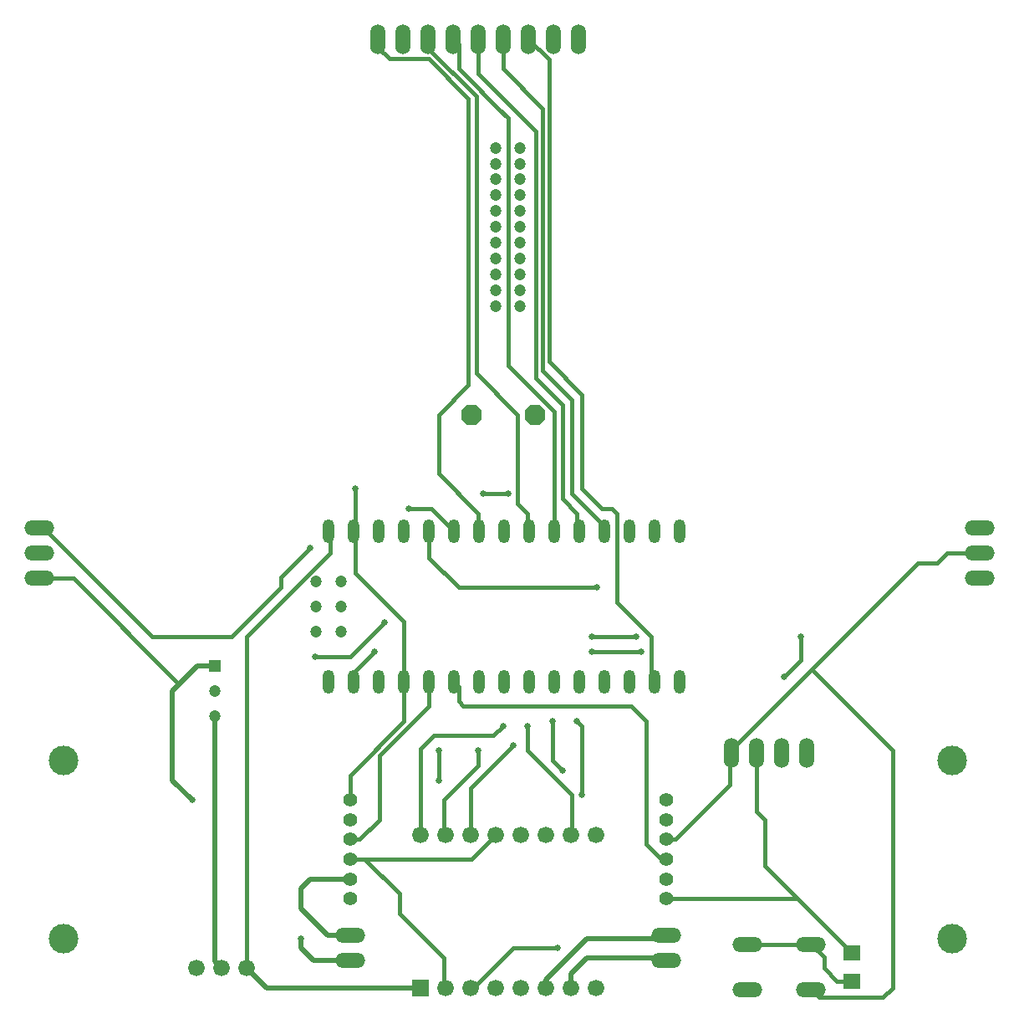
<source format=gtl>
G04 Layer_Physical_Order=1*
G04 Layer_Color=255*
%FSLAX42Y42*%
%MOMM*%
G71*
G01*
G75*
%ADD10R,1.80X1.60*%
%ADD11C,0.41*%
%ADD12C,0.51*%
%ADD13O,3.05X1.52*%
%ADD14C,1.20*%
%ADD15R,1.20X1.20*%
%ADD16O,1.20X2.40*%
%ADD17C,1.68*%
%ADD18R,1.68X1.68*%
%ADD19O,1.52X3.05*%
%ADD20C,1.42*%
%ADD21P,2.26X8X22.5*%
%ADD22C,3.00*%
%ADD23C,1.20*%
%ADD24C,0.65*%
D10*
X3485Y-4734D02*
D03*
Y-4450D02*
D03*
D11*
X3334Y-4734D02*
X3485D01*
X3200Y-4600D02*
X3334Y-4734D01*
X2935Y-3900D02*
X3485Y-4450D01*
X-378Y-2778D02*
X50Y-2350D01*
X-378Y-3254D02*
Y-2778D01*
X-50Y4796D02*
X-46Y4800D01*
X-50Y4500D02*
Y4796D01*
X650Y200D02*
Y1150D01*
Y200D02*
X978Y-128D01*
Y-183D02*
Y-128D01*
X700Y-158D02*
X724Y-183D01*
X700Y-158D02*
Y-0D01*
X550Y150D02*
X700Y-0D01*
X550Y150D02*
Y1100D01*
X-300Y4450D02*
Y4800D01*
X-554D02*
X-500Y4746D01*
Y4500D02*
Y4746D01*
X470Y-183D02*
Y1030D01*
X200Y-166D02*
X216Y-183D01*
X200Y-166D02*
Y-0D01*
X100Y100D02*
X200Y-0D01*
X100Y100D02*
Y1000D01*
X-808Y4708D02*
Y4800D01*
X-300Y-174D02*
X-292Y-183D01*
X-300Y-174D02*
Y-0D01*
X-700Y400D02*
X-300Y-0D01*
X-700Y400D02*
Y1000D01*
X-400Y1300D01*
Y4200D01*
X-800Y4600D02*
X-400Y4200D01*
X-1200Y4600D02*
X-800D01*
X-1316Y4716D02*
X-1200Y4600D01*
X-1316Y4716D02*
Y4800D01*
X-2300Y-650D02*
X-2000Y-350D01*
X-2800Y-1250D02*
X-2300Y-750D01*
X-778Y50D02*
X-546Y-183D01*
X-1000Y50D02*
X-778D01*
X-2300Y-750D02*
Y-650D01*
X-3600Y-1250D02*
X-2800D01*
X-4703Y-147D02*
X-3600Y-1250D01*
X-4746Y-147D02*
X-4703D01*
X-800Y-183D02*
X-800Y-183D01*
X-800Y-450D02*
Y-183D01*
Y-450D02*
X-500Y-750D01*
X900D01*
X850Y-1250D02*
X1300D01*
X850Y-1400D02*
X1350D01*
X-1562Y-1612D02*
X-1350Y-1400D01*
X-1562Y-1707D02*
Y-1612D01*
X-800Y-1950D02*
Y-1707D01*
X-800Y-1707D01*
X-1300Y-2450D02*
X-800Y-1950D01*
X-1300Y-3100D02*
Y-2450D01*
X-1500Y-3300D02*
X-1300Y-3100D01*
X-1600Y-3300D02*
X-1500D01*
X-546Y-1707D02*
X-500Y-1752D01*
Y-1900D02*
Y-1752D01*
Y-1900D02*
X-450Y-1950D01*
X1250D01*
X1400Y-2100D01*
Y-3350D02*
Y-2100D01*
Y-3350D02*
X1550Y-3500D01*
X1600D01*
X2422Y-4366D02*
X3072D01*
X3200Y-4494D01*
Y-4600D02*
Y-4494D01*
X1450Y-1670D02*
X1486Y-1707D01*
X1450Y-1670D02*
Y-1250D01*
X1100Y-900D02*
X1450Y-1250D01*
X1100Y-900D02*
Y-0D01*
X1050Y50D02*
X1100Y-0D01*
X950Y50D02*
X1050D01*
X750Y250D02*
X950Y50D01*
X750Y250D02*
Y1200D01*
X-886Y-3254D02*
Y-2386D01*
X-150Y-2250D02*
X-50Y-2150D01*
X-750Y-2250D02*
X-150D01*
X-886Y-2386D02*
X-750Y-2250D01*
X-650Y-3236D02*
X-632Y-3254D01*
X-650Y-3236D02*
Y-2900D01*
X-300Y-2550D01*
Y-2400D01*
X450Y-2500D02*
X550Y-2600D01*
X450Y-2500D02*
Y-2100D01*
X700D02*
X750Y-2150D01*
Y-2850D02*
Y-2150D01*
X638Y-3254D02*
X650Y-3242D01*
Y-2850D01*
X200Y-2400D02*
X650Y-2850D01*
X200Y-2400D02*
Y-2150D01*
X50Y-4400D02*
X500D01*
X-354Y-4804D02*
X50Y-4400D01*
X-378Y-4804D02*
X-354D01*
X-4403Y-655D02*
X-3329Y-1729D01*
X-4746Y-655D02*
X-4403D01*
X2800Y-1650D02*
X2965Y-1485D01*
Y-1250D01*
X2600Y-3565D02*
X2935Y-3900D01*
X2600Y-3565D02*
Y-3100D01*
X2514Y-3014D02*
X2600Y-3100D01*
X2514Y-3014D02*
Y-2420D01*
X1600Y-3900D02*
X2935D01*
X-1600Y-2900D02*
Y-2650D01*
X-1054Y-2104D01*
Y-1707D01*
X-1562Y-183D02*
X-1550Y-194D01*
Y-600D02*
Y-194D01*
Y-600D02*
X-1054Y-1096D01*
Y-1707D02*
Y-1096D01*
X-370Y-3500D02*
X-124Y-3254D01*
X-1450Y-3500D02*
X-370D01*
X-1600Y-1450D02*
X-1250Y-1100D01*
X-1950Y-1450D02*
X-1600D01*
X3154Y-4900D02*
X3800D01*
X3072Y-4818D02*
X3154Y-4900D01*
X3800D02*
X3900Y-4800D01*
Y-2400D01*
X3075Y-1575D02*
X3900Y-2400D01*
X4778Y-400D02*
X4779Y-401D01*
X4450Y-400D02*
X4778D01*
X4350Y-500D02*
X4450Y-400D01*
X4150Y-500D02*
X4350D01*
X3075Y-1575D02*
X4150Y-500D01*
X2260Y-2390D02*
X3075Y-1575D01*
X2260Y-2420D02*
Y-2390D01*
X-700Y-2700D02*
Y-2400D01*
X2250Y-2431D02*
X2260Y-2420D01*
X2250Y-2750D02*
Y-2431D01*
X1700Y-3300D02*
X2250Y-2750D01*
X1600Y-3300D02*
X1700D01*
X-650Y-4786D02*
X-632Y-4804D01*
X-650Y-4786D02*
Y-4500D01*
X-1100Y-4050D02*
X-650Y-4500D01*
X-1100Y-4050D02*
Y-3850D01*
X-1450Y-3500D02*
X-1100Y-3850D01*
X-1600Y-3500D02*
X-1450D01*
X-250Y200D02*
X-0D01*
X-1816Y-183D02*
X-1800Y-198D01*
Y-400D02*
Y-198D01*
X-2645Y-1245D02*
X-1800Y-400D01*
X-2645Y-4601D02*
Y-1245D01*
X415Y1535D02*
X750Y1200D01*
X415Y4593D02*
X415Y1535D01*
X208Y4800D02*
X415Y4593D01*
X353Y1448D02*
X650Y1150D01*
X353Y1448D02*
Y4097D01*
X-50Y4500D02*
X353Y4097D01*
X280Y1370D02*
X550Y1100D01*
X280Y1370D02*
Y3870D01*
X-300Y4450D02*
X280Y3870D01*
X-322Y1423D02*
X100Y1000D01*
X-322Y1423D02*
Y4222D01*
X-808Y4708D02*
X-322Y4222D01*
X0Y1500D02*
X470Y1030D01*
X-500Y4500D02*
X-28Y4027D01*
X0Y1500D02*
Y4000D01*
X-148Y4147D02*
X0Y4000D01*
X-1550Y-194D02*
Y250D01*
D12*
X-2968Y-4531D02*
X-2899Y-4601D01*
X-2968Y-4531D02*
Y-2052D01*
X1573Y-4500D02*
X1600Y-4527D01*
X800Y-4500D02*
X1573D01*
X638Y-4662D02*
X800Y-4500D01*
X638Y-4804D02*
Y-4662D01*
X1573Y-4300D02*
X1600Y-4273D01*
X800Y-4300D02*
X1573D01*
X384Y-4716D02*
X800Y-4300D01*
X384Y-4804D02*
Y-4716D01*
X-2000Y-3700D02*
X-1600D01*
X-2100Y-3800D02*
X-2000Y-3700D01*
X-2100Y-4000D02*
Y-3800D01*
Y-4000D02*
X-1827Y-4273D01*
X-1600D01*
X-2100Y-4400D02*
Y-4300D01*
Y-4400D02*
X-1973Y-4527D01*
X-1600D01*
X-3400Y-2700D02*
Y-1800D01*
Y-2700D02*
X-3200Y-2900D01*
X-3400Y-1800D02*
X-3329Y-1729D01*
X-3144Y-1544D01*
X-2968D01*
X-2645Y-4601D02*
X-2442Y-4804D01*
X-886D01*
D13*
X1600Y-4273D02*
D03*
Y-4527D02*
D03*
X-1600Y-4273D02*
D03*
Y-4527D02*
D03*
X-4746Y-147D02*
D03*
Y-401D02*
D03*
Y-655D02*
D03*
X4779D02*
D03*
Y-401D02*
D03*
Y-147D02*
D03*
X3072Y-4818D02*
D03*
Y-4366D02*
D03*
X2422Y-4818D02*
D03*
Y-4366D02*
D03*
D14*
X-2968Y-2052D02*
D03*
Y-1798D02*
D03*
X-1943Y-1199D02*
D03*
Y-945D02*
D03*
Y-691D02*
D03*
X-1689Y-1199D02*
D03*
Y-945D02*
D03*
Y-691D02*
D03*
D15*
X-2968Y-1544D02*
D03*
D16*
X-800Y-183D02*
D03*
X-546D02*
D03*
X-292D02*
D03*
X-38D02*
D03*
X-1054D02*
D03*
X1232D02*
D03*
X1486D02*
D03*
X1232Y-1707D02*
D03*
X1486D02*
D03*
X1740D02*
D03*
Y-183D02*
D03*
X978D02*
D03*
X724D02*
D03*
X470D02*
D03*
X216D02*
D03*
X-1308D02*
D03*
X-1562D02*
D03*
X-1816D02*
D03*
X978Y-1707D02*
D03*
X724D02*
D03*
X470D02*
D03*
X216D02*
D03*
X-38D02*
D03*
X-292D02*
D03*
X-546D02*
D03*
X-800D02*
D03*
X-1054D02*
D03*
X-1308D02*
D03*
X-1562D02*
D03*
X-1816D02*
D03*
D17*
X892Y-3254D02*
D03*
X638D02*
D03*
X384D02*
D03*
X130D02*
D03*
X-124D02*
D03*
X-378D02*
D03*
X-632D02*
D03*
X892Y-4804D02*
D03*
X638D02*
D03*
X384D02*
D03*
X130D02*
D03*
X-124D02*
D03*
X-378D02*
D03*
X-632D02*
D03*
X-886Y-3254D02*
D03*
X-2645Y-4601D02*
D03*
X-3153D02*
D03*
X-2899D02*
D03*
D18*
X-886Y-4804D02*
D03*
D19*
X-1316Y4800D02*
D03*
X-1062D02*
D03*
X-808D02*
D03*
X-554D02*
D03*
X-300D02*
D03*
X-46D02*
D03*
X208D02*
D03*
X462D02*
D03*
X716D02*
D03*
X3022Y-2420D02*
D03*
X2768D02*
D03*
X2514D02*
D03*
X2260D02*
D03*
D20*
X-1600Y-2900D02*
D03*
Y-3100D02*
D03*
Y-3300D02*
D03*
Y-3500D02*
D03*
Y-3700D02*
D03*
Y-3900D02*
D03*
X1600D02*
D03*
Y-3700D02*
D03*
Y-3500D02*
D03*
Y-3300D02*
D03*
Y-3100D02*
D03*
Y-2900D02*
D03*
D21*
X278Y996D02*
D03*
X-372D02*
D03*
D22*
X-4500Y-2500D02*
D03*
X4500D02*
D03*
X-4500Y-4300D02*
D03*
X4500D02*
D03*
D23*
X-127Y3060D02*
D03*
X126D02*
D03*
Y2900D02*
D03*
X-127D02*
D03*
X126Y3220D02*
D03*
X-127D02*
D03*
X126Y3380D02*
D03*
X-127D02*
D03*
X126Y3540D02*
D03*
X-127D02*
D03*
X126Y3700D02*
D03*
X-127D02*
D03*
Y2740D02*
D03*
X126D02*
D03*
X-127Y2580D02*
D03*
X126D02*
D03*
X-127Y2420D02*
D03*
X126D02*
D03*
X-127Y2100D02*
D03*
X126D02*
D03*
Y2260D02*
D03*
X-127D02*
D03*
D24*
X50Y-2350D02*
D03*
X-1000Y50D02*
D03*
X-2000Y-350D02*
D03*
X900Y-750D02*
D03*
X1300Y-1250D02*
D03*
X850D02*
D03*
X1350Y-1400D02*
D03*
X850D02*
D03*
X-1350D02*
D03*
X-50Y-2150D02*
D03*
X-300Y-2400D02*
D03*
X550Y-2600D02*
D03*
X450Y-2100D02*
D03*
X700D02*
D03*
X750Y-2850D02*
D03*
X200Y-2150D02*
D03*
X-2100Y-4300D02*
D03*
X-1550Y250D02*
D03*
X500Y-4400D02*
D03*
X2800Y-1650D02*
D03*
X2965Y-1250D02*
D03*
X-3200Y-2900D02*
D03*
X-1250Y-1100D02*
D03*
X-1950Y-1450D02*
D03*
X-700Y-2400D02*
D03*
Y-2700D02*
D03*
X-250Y200D02*
D03*
X-0D02*
D03*
M02*

</source>
